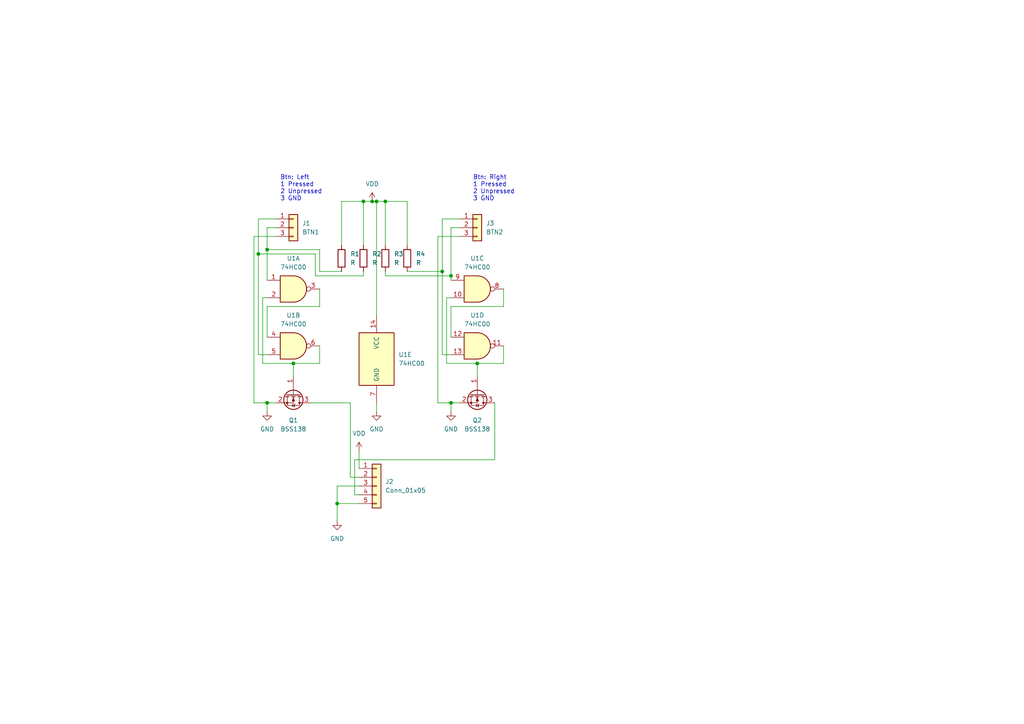
<source format=kicad_sch>
(kicad_sch (version 20211123) (generator eeschema)
  (paper "A4")
  (lib_symbols
    (symbol "74xx:74HC00" (pin_names (offset 1.016))
      (property "Reference" "U" (at 0 1.27 0))
      (property "Value" "74HC00" (at 0 -1.27 0))
      (symbol "74HC00_1_1"
        (arc (start 0 -3.81) (mid 3.81 0) (end 0 3.81) (stroke (width 0.254)) (fill (type background)))
        (polyline (pts (xy 0 3.81) (xy -3.81 3.81) (xy -3.81 -3.81) (xy 0 -3.81)) (stroke (width 0.254)) (fill (type background)))
        (pin input line (at -7.62 2.54 0) (length 3.81) (name "~") (number "1"))
        (pin input line (at -7.62 -2.54 0) (length 3.81) (name "~") (number "2"))
        (pin output inverted (at 7.62 0 180) (length 3.81) (name "~") (number "3"))
      )
      (symbol "74HC00_1_2"
        (arc (start -3.81 -3.81) (mid -2.589 0) (end -3.81 3.81) (stroke (width 0.254)))
        (arc (start -0.6096 -3.81) (mid 2.1855 -2.584) (end 3.81 0) (stroke (width 0.254)) (fill (type background)))
        (polyline (pts (xy -3.81 -3.81) (xy -0.635 -3.81)) (stroke (width 0.254)) (fill (type background)))
        (polyline (pts (xy -3.81 3.81) (xy -0.635 3.81)) (stroke (width 0.254)) (fill (type background)))
        (polyline (pts (xy -0.635 3.81) (xy -3.81 3.81) (xy -3.81 3.81) (xy -3.556 3.4036) (xy -3.0226 2.2606) (xy -2.6924 1.0414) (xy -2.6162 -0.254) (xy -2.7686 -1.4986) (xy -3.175 -2.7178) (xy -3.81 -3.81) (xy -3.81 -3.81) (xy -0.635 -3.81)) (stroke (width -25.4)) (fill (type background)))
        (arc (start 3.81 0) (mid 2.1928 2.5925) (end -0.6096 3.81) (stroke (width 0.254)) (fill (type background)))
        (pin input inverted (at -7.62 2.54 0) (length 4.318) (name "~") (number "1"))
        (pin input inverted (at -7.62 -2.54 0) (length 4.318) (name "~") (number "2"))
        (pin output line (at 7.62 0 180) (length 3.81) (name "~") (number "3"))
      )
      (symbol "74HC00_2_1"
        (arc (start 0 -3.81) (mid 3.81 0) (end 0 3.81) (stroke (width 0.254)) (fill (type background)))
        (polyline (pts (xy 0 3.81) (xy -3.81 3.81) (xy -3.81 -3.81) (xy 0 -3.81)) (stroke (width 0.254)) (fill (type background)))
        (pin input line (at -7.62 2.54 0) (length 3.81) (name "~") (number "4"))
        (pin input line (at -7.62 -2.54 0) (length 3.81) (name "~") (number "5"))
        (pin output inverted (at 7.62 0 180) (length 3.81) (name "~") (number "6"))
      )
      (symbol "74HC00_2_2"
        (arc (start -3.81 -3.81) (mid -2.589 0) (end -3.81 3.81) (stroke (width 0.254)))
        (arc (start -0.6096 -3.81) (mid 2.1855 -2.584) (end 3.81 0) (stroke (width 0.254)) (fill (type background)))
        (polyline (pts (xy -3.81 -3.81) (xy -0.635 -3.81)) (stroke (width 0.254)) (fill (type background)))
        (polyline (pts (xy -3.81 3.81) (xy -0.635 3.81)) (stroke (width 0.254)) (fill (type background)))
        (polyline (pts (xy -0.635 3.81) (xy -3.81 3.81) (xy -3.81 3.81) (xy -3.556 3.4036) (xy -3.0226 2.2606) (xy -2.6924 1.0414) (xy -2.6162 -0.254) (xy -2.7686 -1.4986) (xy -3.175 -2.7178) (xy -3.81 -3.81) (xy -3.81 -3.81) (xy -0.635 -3.81)) (stroke (width -25.4)) (fill (type background)))
        (arc (start 3.81 0) (mid 2.1928 2.5925) (end -0.6096 3.81) (stroke (width 0.254)) (fill (type background)))
        (pin input inverted (at -7.62 2.54 0) (length 4.318) (name "~") (number "4"))
        (pin input inverted (at -7.62 -2.54 0) (length 4.318) (name "~") (number "5"))
        (pin output line (at 7.62 0 180) (length 3.81) (name "~") (number "6"))
      )
      (symbol "74HC00_3_1"
        (arc (start 0 -3.81) (mid 3.81 0) (end 0 3.81) (stroke (width 0.254)) (fill (type background)))
        (polyline (pts (xy 0 3.81) (xy -3.81 3.81) (xy -3.81 -3.81) (xy 0 -3.81)) (stroke (width 0.254)) (fill (type background)))
        (pin input line (at -7.62 -2.54 0) (length 3.81) (name "~") (number "10"))
        (pin output inverted (at 7.62 0 180) (length 3.81) (name "~") (number "8"))
        (pin input line (at -7.62 2.54 0) (length 3.81) (name "~") (number "9"))
      )
      (symbol "74HC00_3_2"
        (arc (start -3.81 -3.81) (mid -2.589 0) (end -3.81 3.81) (stroke (width 0.254)))
        (arc (start -0.6096 -3.81) (mid 2.1855 -2.584) (end 3.81 0) (stroke (width 0.254)) (fill (type background)))
        (polyline (pts (xy -3.81 -3.81) (xy -0.635 -3.81)) (stroke (width 0.254)) (fill (type background)))
        (polyline (pts (xy -3.81 3.81) (xy -0.635 3.81)) (stroke (width 0.254)) (fill (type background)))
        (polyline (pts (xy -0.635 3.81) (xy -3.81 3.81) (xy -3.81 3.81) (xy -3.556 3.4036) (xy -3.0226 2.2606) (xy -2.6924 1.0414) (xy -2.6162 -0.254) (xy -2.7686 -1.4986) (xy -3.175 -2.7178) (xy -3.81 -3.81) (xy -3.81 -3.81) (xy -0.635 -3.81)) (stroke (width -25.4)) (fill (type background)))
        (arc (start 3.81 0) (mid 2.1928 2.5925) (end -0.6096 3.81) (stroke (width 0.254)) (fill (type background)))
        (pin input inverted (at -7.62 -2.54 0) (length 4.318) (name "~") (number "10"))
        (pin output line (at 7.62 0 180) (length 3.81) (name "~") (number "8"))
        (pin input inverted (at -7.62 2.54 0) (length 4.318) (name "~") (number "9"))
      )
      (symbol "74HC00_4_1"
        (arc (start 0 -3.81) (mid 3.81 0) (end 0 3.81) (stroke (width 0.254)) (fill (type background)))
        (polyline (pts (xy 0 3.81) (xy -3.81 3.81) (xy -3.81 -3.81) (xy 0 -3.81)) (stroke (width 0.254)) (fill (type background)))
        (pin output inverted (at 7.62 0 180) (length 3.81) (name "~") (number "11"))
        (pin input line (at -7.62 2.54 0) (length 3.81) (name "~") (number "12"))
        (pin input line (at -7.62 -2.54 0) (length 3.81) (name "~") (number "13"))
      )
      (symbol "74HC00_4_2"
        (arc (start -3.81 -3.81) (mid -2.589 0) (end -3.81 3.81) (stroke (width 0.254)))
        (arc (start -0.6096 -3.81) (mid 2.1855 -2.584) (end 3.81 0) (stroke (width 0.254)) (fill (type background)))
        (polyline (pts (xy -3.81 -3.81) (xy -0.635 -3.81)) (stroke (width 0.254)) (fill (type background)))
        (polyline (pts (xy -3.81 3.81) (xy -0.635 3.81)) (stroke (width 0.254)) (fill (type background)))
        (polyline (pts (xy -0.635 3.81) (xy -3.81 3.81) (xy -3.81 3.81) (xy -3.556 3.4036) (xy -3.0226 2.2606) (xy -2.6924 1.0414) (xy -2.6162 -0.254) (xy -2.7686 -1.4986) (xy -3.175 -2.7178) (xy -3.81 -3.81) (xy -3.81 -3.81) (xy -0.635 -3.81)) (stroke (width -25.4)) (fill (type background)))
        (arc (start 3.81 0) (mid 2.1928 2.5925) (end -0.6096 3.81) (stroke (width 0.254)) (fill (type background)))
        (pin output line (at 7.62 0 180) (length 3.81) (name "~") (number "11"))
        (pin input inverted (at -7.62 2.54 0) (length 4.318) (name "~") (number "12"))
        (pin input inverted (at -7.62 -2.54 0) (length 4.318) (name "~") (number "13"))
      )
      (symbol "74HC00_5_0"
        (pin power_in line (at 0 12.7 270) (length 5.08) (name "VCC") (number "14"))
        (pin power_in line (at 0 -12.7 90) (length 5.08) (name "GND") (number "7"))
      )
      (symbol "74HC00_5_1"
        (rectangle (start -5.08 7.62) (end 5.08 -7.62) (stroke (width 0.254)) (fill (type background)))
      )
    )
    (symbol "Connector_Generic:Conn_01x03" (pin_names (offset 1.016) hide)
      (property "Reference" "J" (at 0 5.08 0))
      (property "Value" "Conn_01x03" (at 0 -5.08 0))
      (symbol "Conn_01x03_1_1"
        (rectangle (start -1.27 -2.413) (end 0 -2.667) (stroke (width 0.1524)))
        (rectangle (start -1.27 0.127) (end 0 -0.127) (stroke (width 0.1524)))
        (rectangle (start -1.27 2.667) (end 0 2.413) (stroke (width 0.1524)))
        (rectangle (start -1.27 3.81) (end 1.27 -3.81) (stroke (width 0.254)) (fill (type background)))
        (pin passive line (at -5.08 2.54 0) (length 3.81) (name "Pin_1") (number "1"))
        (pin passive line (at -5.08 0 0) (length 3.81) (name "Pin_2") (number "2"))
        (pin passive line (at -5.08 -2.54 0) (length 3.81) (name "Pin_3") (number "3"))
      )
    )
    (symbol "Connector_Generic:Conn_01x05" (pin_names (offset 1.016) hide)
      (property "Reference" "J" (at 0 7.62 0))
      (property "Value" "Conn_01x05" (at 0 -7.62 0))
      (symbol "Conn_01x05_1_1"
        (rectangle (start -1.27 -4.953) (end 0 -5.207) (stroke (width 0.1524)))
        (rectangle (start -1.27 -2.413) (end 0 -2.667) (stroke (width 0.1524)))
        (rectangle (start -1.27 0.127) (end 0 -0.127) (stroke (width 0.1524)))
        (rectangle (start -1.27 2.667) (end 0 2.413) (stroke (width 0.1524)))
        (rectangle (start -1.27 5.207) (end 0 4.953) (stroke (width 0.1524)))
        (rectangle (start -1.27 6.35) (end 1.27 -6.35) (stroke (width 0.254)) (fill (type background)))
        (pin passive line (at -5.08 5.08 0) (length 3.81) (name "Pin_1") (number "1"))
        (pin passive line (at -5.08 2.54 0) (length 3.81) (name "Pin_2") (number "2"))
        (pin passive line (at -5.08 0 0) (length 3.81) (name "Pin_3") (number "3"))
        (pin passive line (at -5.08 -2.54 0) (length 3.81) (name "Pin_4") (number "4"))
        (pin passive line (at -5.08 -5.08 0) (length 3.81) (name "Pin_5") (number "5"))
      )
    )
    (symbol "Device:R" (pin_numbers hide) (pin_names (offset 0))
      (property "Reference" "R" (at 2.032 0 90))
      (property "Value" "R" (at 0 0 90))
      (symbol "R_0_1"
        (rectangle (start -1.016 -2.54) (end 1.016 2.54) (stroke (width 0.254)))
      )
      (symbol "R_1_1"
        (pin passive line (at 0 3.81 270) (length 1.27) (name "~") (number "1"))
        (pin passive line (at 0 -3.81 90) (length 1.27) (name "~") (number "2"))
      )
    )
    (symbol "Transistor_FET:BSS138" (pin_names hide)
      (property "Reference" "Q" (at 5.08 1.905 0))
      (property "Value" "BSS138" (at 5.08 0 0))
      (symbol "BSS138_0_1"
        (polyline (pts (xy 0.254 0) (xy -2.54 0)))
        (polyline (pts (xy 0.254 1.905) (xy 0.254 -1.905)) (stroke (width 0.254)))
        (polyline (pts (xy 0.762 -1.27) (xy 0.762 -2.286)) (stroke (width 0.254)))
        (polyline (pts (xy 0.762 0.508) (xy 0.762 -0.508)) (stroke (width 0.254)))
        (polyline (pts (xy 0.762 2.286) (xy 0.762 1.27)) (stroke (width 0.254)))
        (polyline (pts (xy 2.54 2.54) (xy 2.54 1.778)))
        (polyline (pts (xy 2.54 -2.54) (xy 2.54 0) (xy 0.762 0)))
        (polyline (pts (xy 0.762 -1.778) (xy 3.302 -1.778) (xy 3.302 1.778) (xy 0.762 1.778)))
        (polyline (pts (xy 1.016 0) (xy 2.032 0.381) (xy 2.032 -0.381) (xy 1.016 0)) (fill (type outline)))
        (polyline (pts (xy 2.794 0.508) (xy 2.921 0.381) (xy 3.683 0.381) (xy 3.81 0.254)))
        (polyline (pts (xy 3.302 0.381) (xy 2.921 -0.254) (xy 3.683 -0.254) (xy 3.302 0.381)))
        (circle (center 1.651 0) (radius 2.794) (stroke (width 0.254)))
        (circle (center 2.54 -1.778) (radius 0.254) (fill (type outline)))
        (circle (center 2.54 1.778) (radius 0.254) (fill (type outline)))
      )
      (symbol "BSS138_1_1"
        (pin input line (at -5.08 0 0) (length 2.54) (name "G") (number "1"))
        (pin passive line (at 2.54 -5.08 90) (length 2.54) (name "S") (number "2"))
        (pin passive line (at 2.54 5.08 270) (length 2.54) (name "D") (number "3"))
      )
    )
    (symbol "power:GND" (power) (pin_names (offset 0))
      (property "Value" "GND" (at 0 -3.81 0))
      (symbol "GND_0_1"
        (polyline (pts (xy 0 0) (xy 0 -1.27) (xy 1.27 -1.27) (xy 0 -2.54) (xy -1.27 -1.27) (xy 0 -1.27)))
      )
      (symbol "GND_1_1"
        (pin power_in line (at 0 0 270) (length 0) hide (name "GND") (number "1"))
      )
    )
    (symbol "power:VDD" (power) (pin_names (offset 0))
      (property "Value" "VDD" (at 0 3.81 0))
      (symbol "VDD_0_1"
        (polyline (pts (xy -0.762 1.27) (xy 0 2.54)))
        (polyline (pts (xy 0 0) (xy 0 2.54)))
        (polyline (pts (xy 0 2.54) (xy 0.762 1.27)))
      )
      (symbol "VDD_1_1"
        (pin power_in line (at 0 0 90) (length 0) hide (name "VDD") (number "1"))
      )
    )
  )
  (junction (at 128.27 78.74))
  (junction (at 105.41 58.42))
  (junction (at 130.81 80.01))
  (junction (at 138.43 105.41))
  (junction (at 109.22 58.42))
  (junction (at 74.93 73.66))
  (junction (at 130.81 116.84))
  (junction (at 77.47 116.84))
  (junction (at 111.76 58.42))
  (junction (at 85.09 105.41))
  (junction (at 77.47 72.39))
  (junction (at 107.95 58.42))
  (junction (at 97.79 146.05))
  (wire (pts (xy 130.81 102.87) (xy 128.27 102.87)))
  (wire (pts (xy 80.01 116.84) (xy 77.47 116.84)))
  (wire (pts (xy 118.11 58.42) (xy 111.76 58.42)))
  (wire (pts (xy 105.41 71.12) (xy 105.41 58.42)))
  (wire (pts (xy 146.05 105.41) (xy 138.43 105.41)))
  (wire (pts (xy 138.43 105.41) (xy 129.54 105.41)))
  (wire (pts (xy 130.81 81.28) (xy 130.81 80.01)))
  (wire (pts (xy 73.66 116.84) (xy 77.47 116.84)))
  (wire (pts (xy 91.44 80.01) (xy 91.44 73.66)))
  (wire (pts (xy 92.71 105.41) (xy 85.09 105.41)))
  (wire (pts (xy 77.47 88.9) (xy 77.47 97.79)))
  (wire (pts (xy 77.47 102.87) (xy 74.93 102.87)))
  (wire (pts (xy 77.47 81.28) (xy 77.47 72.39)))
  (wire (pts (xy 97.79 140.97) (xy 97.79 146.05)))
  (wire (pts (xy 74.93 102.87) (xy 74.93 73.66)))
  (wire (pts (xy 133.35 68.58) (xy 127 68.58)))
  (wire (pts (xy 111.76 78.74) (xy 111.76 80.01)))
  (wire (pts (xy 138.43 105.41) (xy 138.43 109.22)))
  (wire (pts (xy 109.22 58.42) (xy 107.95 58.42)))
  (wire (pts (xy 85.09 105.41) (xy 76.2 105.41)))
  (wire (pts (xy 111.76 58.42) (xy 109.22 58.42)))
  (wire (pts (xy 133.35 116.84) (xy 130.81 116.84)))
  (wire (pts (xy 101.6 116.84) (xy 90.17 116.84)))
  (wire (pts (xy 130.81 66.04) (xy 133.35 66.04)))
  (wire (pts (xy 101.6 138.43) (xy 101.6 116.84)))
  (wire (pts (xy 97.79 146.05) (xy 104.14 146.05)))
  (wire (pts (xy 146.05 83.82) (xy 146.05 88.9)))
  (wire (pts (xy 73.66 68.58) (xy 73.66 116.84)))
  (wire (pts (xy 80.01 68.58) (xy 73.66 68.58)))
  (wire (pts (xy 105.41 58.42) (xy 107.95 58.42)))
  (wire (pts (xy 146.05 88.9) (xy 130.81 88.9)))
  (wire (pts (xy 102.87 133.35) (xy 102.87 143.51)))
  (wire (pts (xy 130.81 88.9) (xy 130.81 97.79)))
  (wire (pts (xy 85.09 105.41) (xy 85.09 109.22)))
  (wire (pts (xy 111.76 80.01) (xy 130.81 80.01)))
  (wire (pts (xy 118.11 71.12) (xy 118.11 58.42)))
  (wire (pts (xy 130.81 80.01) (xy 130.81 66.04)))
  (wire (pts (xy 129.54 86.36) (xy 130.81 86.36)))
  (wire (pts (xy 143.51 133.35) (xy 143.51 116.84)))
  (wire (pts (xy 92.71 88.9) (xy 77.47 88.9)))
  (wire (pts (xy 74.93 73.66) (xy 74.93 63.5)))
  (wire (pts (xy 130.81 116.84) (xy 130.81 119.38)))
  (wire (pts (xy 111.76 71.12) (xy 111.76 58.42)))
  (wire (pts (xy 127 68.58) (xy 127 116.84)))
  (wire (pts (xy 118.11 78.74) (xy 128.27 78.74)))
  (wire (pts (xy 127 116.84) (xy 130.81 116.84)))
  (wire (pts (xy 91.44 73.66) (xy 74.93 73.66)))
  (wire (pts (xy 129.54 105.41) (xy 129.54 86.36)))
  (wire (pts (xy 105.41 80.01) (xy 91.44 80.01)))
  (wire (pts (xy 97.79 146.05) (xy 97.79 151.13)))
  (wire (pts (xy 102.87 133.35) (xy 143.51 133.35)))
  (wire (pts (xy 109.22 116.84) (xy 109.22 119.38)))
  (wire (pts (xy 104.14 143.51) (xy 102.87 143.51)))
  (wire (pts (xy 128.27 102.87) (xy 128.27 78.74)))
  (wire (pts (xy 92.71 72.39) (xy 77.47 72.39)))
  (wire (pts (xy 146.05 100.33) (xy 146.05 105.41)))
  (wire (pts (xy 77.47 72.39) (xy 77.47 66.04)))
  (wire (pts (xy 128.27 63.5) (xy 133.35 63.5)))
  (wire (pts (xy 92.71 78.74) (xy 92.71 72.39)))
  (wire (pts (xy 109.22 58.42) (xy 109.22 91.44)))
  (wire (pts (xy 105.41 78.74) (xy 105.41 80.01)))
  (wire (pts (xy 104.14 130.81) (xy 104.14 135.89)))
  (wire (pts (xy 104.14 140.97) (xy 97.79 140.97)))
  (wire (pts (xy 77.47 116.84) (xy 77.47 119.38)))
  (wire (pts (xy 76.2 86.36) (xy 77.47 86.36)))
  (wire (pts (xy 99.06 78.74) (xy 92.71 78.74)))
  (wire (pts (xy 128.27 78.74) (xy 128.27 63.5)))
  (wire (pts (xy 74.93 63.5) (xy 80.01 63.5)))
  (wire (pts (xy 92.71 100.33) (xy 92.71 105.41)))
  (wire (pts (xy 77.47 66.04) (xy 80.01 66.04)))
  (wire (pts (xy 99.06 71.12) (xy 99.06 58.42)))
  (wire (pts (xy 104.14 138.43) (xy 101.6 138.43)))
  (wire (pts (xy 99.06 58.42) (xy 105.41 58.42)))
  (wire (pts (xy 92.71 83.82) (xy 92.71 88.9)))
  (wire (pts (xy 76.2 105.41) (xy 76.2 86.36)))
  (text "Btn: Right\n1 Pressed\n2 Unpressed\n3 GND" (at 137.16 58.42 0) (effects (font (size 1.27 1.27)) (justify left bottom)))
  (text "Btn: Left\n1 Pressed\n2 Unpressed\n3 GND" (at 81.28 58.42 0) (effects (font (size 1.27 1.27)) (justify left bottom)))
  (symbol (lib_id "74xx:74HC00") (at 109.22 104.14 0) (unit 5)
    (property "Reference" "U1" (at 115.57 102.8699 0) (effects (justify left)))
    (property "Value" "74HC00" (at 115.57 105.4099 0) (effects (justify left)))
    (property "Footprint" "Package_DIP:DIP-14_W7.62mm_LongPads" (effects hide))
    (property "Datasheet" "http://www.ti.com/lit/gpn/sn74hc00" (effects hide))
  )
  (symbol (lib_id "Connector_Generic:Conn_01x03") (at 85.09 66.04 0) (unit 1)
    (property "Reference" "J1" (at 87.63 64.7699 0) (effects (justify left)))
    (property "Value" "BTN1" (at 87.63 67.3099 0) (effects (justify left)))
    (property "Footprint" "Connector_PinHeader_2.00mm:PinHeader_1x03_P2.00mm_Vertical" (effects hide))
  )
  (symbol (lib_id "power:VDD") (at 107.95 58.42 0) (unit 1)
    (property "Reference" "#PWR03" (effects hide))
    (property "Value" "VDD" (at 107.95 53.34 0))
  )
  (symbol (lib_id "Transistor_FET:BSS138") (at 138.43 114.3 270) (unit 1)
    (property "Reference" "Q2" (at 138.43 121.92 90))
    (property "Value" "BSS138" (at 138.43 124.46 90))
    (property "Footprint" "Package_TO_SOT_SMD:SOT-23" (effects hide))
    (property "Datasheet" "https://www.onsemi.com/pub/Collateral/BSS138-D.PDF" (effects hide))
  )
  (symbol (lib_id "Device:R") (at 118.11 74.93 0) (unit 1)
    (property "Reference" "R4" (at 120.65 73.6599 0) (effects (justify left)))
    (property "Value" "R" (at 120.65 76.1999 0) (effects (justify left)))
    (property "Footprint" "Resistor_SMD:R_1206_3216Metric_Pad1.30x1.75mm_HandSolder" (effects hide))
  )
  (symbol (lib_id "power:GND") (at 77.47 119.38 0) (unit 1)
    (property "Reference" "#PWR01" (effects hide))
    (property "Value" "GND" (at 77.47 124.46 0))
  )
  (symbol (lib_id "74xx:74HC00") (at 138.43 100.33 0) (unit 4)
    (property "Reference" "U1" (at 138.43 91.44 0))
    (property "Value" "74HC00" (at 138.43 93.98 0))
    (property "Footprint" "Package_DIP:DIP-14_W7.62mm_LongPads" (effects hide))
    (property "Datasheet" "http://www.ti.com/lit/gpn/sn74hc00" (effects hide))
  )
  (symbol (lib_id "Device:R") (at 111.76 74.93 0) (unit 1)
    (property "Reference" "R3" (at 114.3 73.6599 0) (effects (justify left)))
    (property "Value" "R" (at 114.3 76.1999 0) (effects (justify left)))
    (property "Footprint" "Resistor_SMD:R_1206_3216Metric_Pad1.30x1.75mm_HandSolder" (effects hide))
  )
  (symbol (lib_id "power:VDD") (at 104.14 130.81 0) (unit 1)
    (property "Reference" "#PWR06" (effects hide))
    (property "Value" "VDD" (at 104.14 125.73 0))
  )
  (symbol (lib_id "Connector_Generic:Conn_01x05") (at 109.22 140.97 0) (unit 1)
    (property "Reference" "J2" (at 111.76 139.6999 0) (effects (justify left)))
    (property "Value" "Conn_01x05" (at 111.76 142.2399 0) (effects (justify left)))
    (property "Footprint" "Connector_PinHeader_2.00mm:PinHeader_1x05_P2.00mm_Vertical" (effects hide))
  )
  (symbol (lib_id "Device:R") (at 105.41 74.93 0) (unit 1)
    (property "Reference" "R2" (at 107.95 73.6599 0) (effects (justify left)))
    (property "Value" "R" (at 107.95 76.1999 0) (effects (justify left)))
    (property "Footprint" "Resistor_SMD:R_1206_3216Metric_Pad1.30x1.75mm_HandSolder" (effects hide))
  )
  (symbol (lib_id "Device:R") (at 99.06 74.93 0) (unit 1)
    (property "Reference" "R1" (at 101.6 73.6599 0) (effects (justify left)))
    (property "Value" "R" (at 101.6 76.1999 0) (effects (justify left)))
    (property "Footprint" "Resistor_SMD:R_1206_3216Metric_Pad1.30x1.75mm_HandSolder" (effects hide))
  )
  (symbol (lib_id "power:GND") (at 97.79 151.13 0) (unit 1)
    (property "Reference" "#PWR02" (effects hide))
    (property "Value" "GND" (at 97.79 156.21 0))
  )
  (symbol (lib_id "74xx:74HC00") (at 85.09 100.33 0) (unit 2)
    (property "Reference" "U1" (at 85.09 91.44 0))
    (property "Value" "74HC00" (at 85.09 93.98 0))
    (property "Footprint" "Package_DIP:DIP-14_W7.62mm_LongPads" (effects hide))
    (property "Datasheet" "http://www.ti.com/lit/gpn/sn74hc00" (effects hide))
  )
  (symbol (lib_id "Transistor_FET:BSS138") (at 85.09 114.3 270) (unit 1)
    (property "Reference" "Q1" (at 85.09 121.92 90))
    (property "Value" "BSS138" (at 85.09 124.46 90))
    (property "Footprint" "Package_TO_SOT_SMD:SOT-23" (effects hide))
    (property "Datasheet" "https://www.onsemi.com/pub/Collateral/BSS138-D.PDF" (effects hide))
  )
  (symbol (lib_id "74xx:74HC00") (at 85.09 83.82 0) (unit 1)
    (property "Reference" "U1" (at 85.09 74.93 0))
    (property "Value" "74HC00" (at 85.09 77.47 0))
    (property "Footprint" "Package_DIP:DIP-14_W7.62mm_LongPads" (effects hide))
    (property "Datasheet" "http://www.ti.com/lit/gpn/sn74hc00" (effects hide))
  )
  (symbol (lib_id "74xx:74HC00") (at 138.43 83.82 0) (unit 3)
    (property "Reference" "U1" (at 138.43 74.93 0))
    (property "Value" "74HC00" (at 138.43 77.47 0))
    (property "Footprint" "Package_DIP:DIP-14_W7.62mm_LongPads" (effects hide))
    (property "Datasheet" "http://www.ti.com/lit/gpn/sn74hc00" (effects hide))
  )
  (symbol (lib_id "power:GND") (at 109.22 119.38 0) (unit 1)
    (property "Reference" "#PWR04" (effects hide))
    (property "Value" "GND" (at 109.22 124.46 0))
  )
  (symbol (lib_id "Connector_Generic:Conn_01x03") (at 138.43 66.04 0) (unit 1)
    (property "Reference" "J3" (at 140.97 64.7699 0) (effects (justify left)))
    (property "Value" "BTN2" (at 140.97 67.3099 0) (effects (justify left)))
    (property "Footprint" "Connector_PinHeader_2.00mm:PinHeader_1x03_P2.00mm_Vertical" (effects hide))
  )
  (symbol (lib_id "power:GND") (at 130.81 119.38 0) (unit 1)
    (property "Reference" "#PWR05" (effects hide))
    (property "Value" "GND" (at 130.81 124.46 0))
  )
)
</source>
